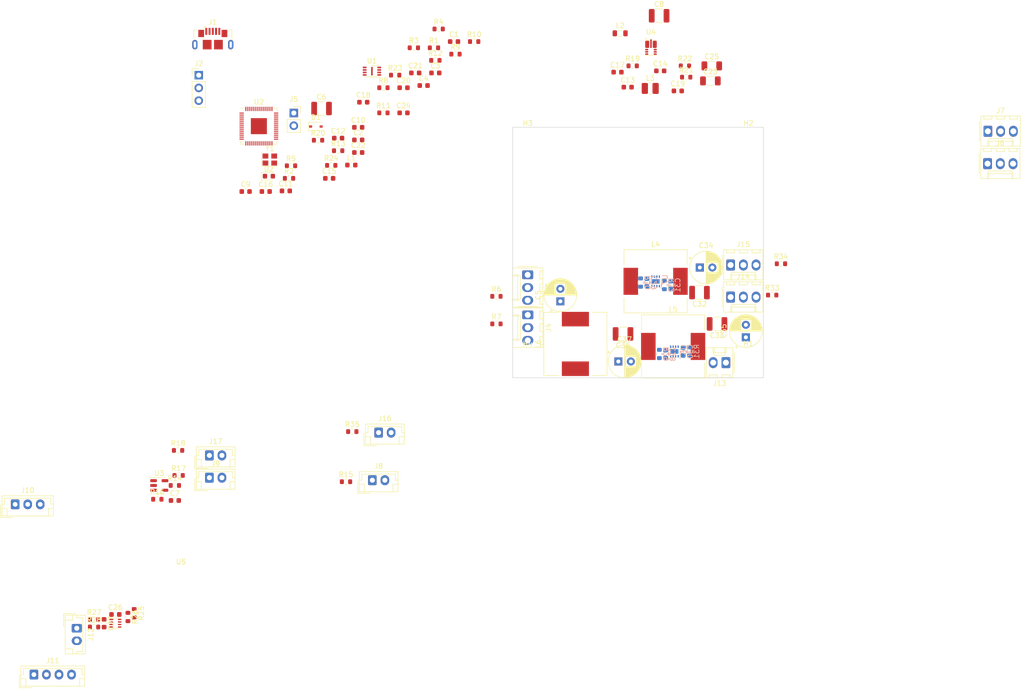
<source format=kicad_pcb>
(kicad_pcb (version 20211014) (generator pcbnew)
  (layers (0 "F.Cu" signal) (31 "B.Cu" signal) (34 "B.Paste" user) (35 "F.Paste" user) (36 "B.SilkS" user "B.Silkscreen") (37 "F.SilkS" user "F.Silkscreen") (38 "B.Mask" user) (39 "F.Mask" user) (44 "Edge.Cuts" user))
  (net 0 "")
  (net 1 "/XIN")
  (net 2 "GND")
  (net 3 "Net-(C2-Pad1)")
  (net 4 "+3V3")
  (net 5 "Net-(C4-Pad1)")
  (net 6 "+24V")
  (net 7 "Net-(C7-Pad1)")
  (net 8 "Net-(C8-Pad2)")
  (net 9 "+1V1")
  (net 10 "Net-(C13-Pad2)")
  (net 11 "Net-(C14-Pad1)")
  (net 12 "Net-(C14-Pad2)")
  (net 13 "Net-(C17-Pad2)")
  (net 14 "Net-(C19-Pad1)")
  (net 15 "/flowPuls1")
  (net 16 "Net-(C27-Pad1)")
  (net 17 "Net-(C27-Pad2)")
  (net 18 "Net-(C28-Pad1)")
  (net 19 "Net-(C29-Pad1)")
  (net 20 "/pheri/Isens0")
  (net 21 "/pheri/Isens1")
  (net 22 "Net-(C32-Pad2)")
  (net 23 "Net-(C33-Pad2)")
  (net 24 "/pheri/VM")
  (net 25 "Net-(D1-Pad2)")
  (net 26 "Net-(D2-Pad2)")
  (net 27 "VBUS")
  (net 28 "Net-(J1-Pad2)")
  (net 29 "Net-(J1-Pad3)")
  (net 31 "Net-(J2-Pad1)")
  (net 32 "Net-(J2-Pad3)")
  (net 33 "Net-(J3-Pad3)")
  (net 34 "Net-(J4-Pad3)")
  (net 35 "Net-(J5-Pad1)")
  (net 36 "Net-(J6-Pad3)")
  (net 37 "Net-(J7-Pad3)")
  (net 38 "Net-(J8-Pad1)")
  (net 39 "+5V")
  (net 40 "Net-(J10-Pad3)")
  (net 41 "/pheri/SDA")
  (net 42 "/pheri/SCL")
  (net 43 "Net-(J12-Pad1)")
  (net 44 "Net-(J12-Pad2)")
  (net 45 "Net-(J13-Pad2)")
  (net 46 "Net-(J14-Pad1)")
  (net 47 "Net-(J14-Pad3)")
  (net 48 "Net-(J15-Pad3)")
  (net 49 "Net-(J16-Pad1)")
  (net 50 "Net-(L4-Pad1)")
  (net 51 "Net-(L5-Pad1)")
  (net 52 "/XOUT")
  (net 53 "Net-(R4-Pad2)")
  (net 54 "Net-(R5-Pad2)")
  (net 55 "/LED_PWM1")
  (net 56 "/LED_PWM2")
  (net 57 "/QSPI_CS")
  (net 58 "Net-(R9-Pad1)")
  (net 59 "/UART1")
  (net 60 "/UART0")
  (net 61 "Net-(R12-Pad2)")
  (net 62 "/LeakSens")
  (net 63 "Net-(R14-Pad2)")
  (net 64 "/DIN1")
  (net 65 "/DIN3")
  (net 66 "/pheri/PWM0_Iref")
  (net 67 "/pheri/PWM1_Iref")
  (net 68 "/pheri/F0_Tach")
  (net 69 "/pheri/F1_Tach")
  (net 70 "/DIN2")
  (net 71 "/QSPI_D1")
  (net 72 "/QSPI_D2")
  (net 73 "/QSPI_D0")
  (net 74 "/QSPI_CLK")
  (net 75 "/QSPI_D3")
  (net 82 "/pheri/F_EN")
  (net 83 "/pheri/P_EN")
  (net 84 "/pheri/PWM_P0")
  (net 85 "/pheri/PWM_F0")
  (net 90 "Net-(J17-Pad1)")
  (net 91 "/pheri/LED_PWM1")
  (net 92 "/pheri/LED_PWM2")
  (footprint "Resistor_SMD:R_0603_1608Metric" (layer "F.Cu") (at 200 110)
    (fp_text reference "R33" (at 0 -1.43) (layer "F.SilkS"))
    (fp_text value "1k")
    (pad "1" smd roundrect (at -0.825 0) (size 0.8 0.95) (layers "F.Cu" "F.Paste" "F.Mask") (net 68 "/pheri/F0_Tach"))
    (pad "2" smd roundrect (at 0.825 0) (size 0.8 0.95) (layers "F.Cu" "F.Paste" "F.Mask") (net 47 "Net-(J14-Pad3)"))
  )
  (footprint "Capacitor_SMD:C_0603_1608Metric" (layer "F.Cu") (at 98.99 89.33)
    (fp_text reference "C16" (at 0 -1.43) (layer "F.SilkS"))
    (fp_text value "1µF")
    (pad "1" smd roundrect (at -0.775 0) (size 0.9 0.95) (layers "F.Cu" "F.Paste" "F.Mask") (net 9 "+1V1"))
    (pad "2" smd roundrect (at 0.775 0) (size 0.9 0.95) (layers "F.Cu" "F.Paste" "F.Mask") (net 2 "GND"))
  )
  (footprint "Connector_Molex:Molex_KK-254_AE-6410-03A_1x03_P2.54mm_Vertical" (layer "F.Cu") (at 243.02 77.3)
    (fp_text reference "J7" (at 2.54 -4.12) (layer "F.SilkS"))
    (fp_text value "Conn_01x03")
    (pad "1" thru_hole roundrect (at 0 0) (size 1.74 2.19) (drill 1.19) (layers *.Cu *.Mask) (roundrect_rratio 0.143678) (net 2 "GND"))
    (pad "2" thru_hole oval (at 2.54 0) (size 1.74 2.19) (drill 1.19) (layers *.Cu *.Mask) (net 6 "+24V"))
    (pad "3" thru_hole oval (at 5.08 0) (size 1.74 2.19) (drill 1.19) (layers *.Cu *.Mask) (net 37 "Net-(J7-Pad3)"))
  )
  (footprint "Inductor_SMD:L_12x12mm_H8mm" (layer "F.Cu") (at 180.25 120.25)
    (fp_text reference "L5" (at 0 -7.4) (layer "F.SilkS"))
    (fp_text value "33µ")
    (pad "1" smd rect (at -4.95 0) (size 2.9 5.4) (layers "F.Cu" "F.Paste" "F.Mask") (net 51 "Net-(L5-Pad1)"))
    (pad "2" smd rect (at 4.95 0) (size 2.9 5.4) (layers "F.Cu" "F.Paste" "F.Mask") (net 23 "Net-(C33-Pad2)"))
  )
  (footprint "Capacitor_SMD:C_0603_1608Metric" (layer "F.Cu") (at 113.43 78.67)
    (fp_text reference "C12" (at 0 -1.43) (layer "F.SilkS"))
    (fp_text value "100nF")
    (pad "1" smd roundrect (at -0.775 0) (size 0.9 0.95) (layers "F.Cu" "F.Paste" "F.Mask") (net 9 "+1V1"))
    (pad "2" smd roundrect (at 0.775 0) (size 0.9 0.95) (layers "F.Cu" "F.Paste" "F.Mask") (net 2 "GND"))
  )
  (footprint "Resistor_SMD:R_0603_1608Metric" (layer "F.Cu") (at 122.46 73.63)
    (fp_text reference "R11" (at 0 -1.43) (layer "F.SilkS"))
    (fp_text value "1k")
    (pad "1" smd roundrect (at -0.825 0) (size 0.8 0.95) (layers "F.Cu" "F.Paste" "F.Mask") (net 37 "Net-(J7-Pad3)"))
    (pad "2" smd roundrect (at 0.825 0) (size 0.8 0.95) (layers "F.Cu" "F.Paste" "F.Mask") (net 60 "/UART0"))
  )
  (footprint "Capacitor_SMD:C_1210_3225Metric" (layer "F.Cu") (at 185.5 109.5 180)
    (fp_text reference "C32" (at 0 -2.3) (layer "F.SilkS"))
    (fp_text value "10µ")
    (pad "1" smd roundrect (at -1.475 0 180) (size 1.15 2.7) (layers "F.Cu" "F.Paste" "F.Mask") (roundrect_rratio 0.217391) (net 2 "GND"))
    (pad "2" smd roundrect (at 1.475 0 180) (size 1.15 2.7) (layers "F.Cu" "F.Paste" "F.Mask") (roundrect_rratio 0.217391) (net 22 "Net-(C32-Pad2)"))
  )
  (footprint "Resistor_SMD:R_0603_1608Metric" (layer "F.Cu") (at 64.75 174.75)
    (fp_text reference "R27" (at 0 -1.43) (layer "F.SilkS"))
    (fp_text value "50R")
    (pad "1" smd roundrect (at -0.825 0) (size 0.8 0.95) (layers "F.Cu" "F.Paste" "F.Mask") (net 43 "Net-(J12-Pad1)"))
    (pad "2" smd roundrect (at 0.825 0) (size 0.8 0.95) (layers "F.Cu" "F.Paste" "F.Mask") (net 16 "Net-(C27-Pad1)"))
  )
  (footprint "Resistor_SMD:R_0603_1608Metric" (layer "F.Cu") (at 103.63 86.7)
    (fp_text reference "R2" (at 0 -1.43) (layer "F.SilkS"))
    (fp_text value "20R")
    (pad "1" smd roundrect (at -0.825 0) (size 0.8 0.95) (layers "F.Cu" "F.Paste" "F.Mask") (net 25 "Net-(D1-Pad2)"))
    (pad "2" smd roundrect (at 0.825 0) (size 0.8 0.95) (layers "F.Cu" "F.Paste" "F.Mask") (net 27 "VBUS"))
  )
  (footprint "Connector_JST:JST_EH_B2B-EH-A_1x02_P2.50mm_Vertical" (layer "F.Cu") (at 87.75 146.45)
    (fp_text reference "J9" (at 1.25 -2.8) (layer "F.SilkS"))
    (fp_text value "Conn_01x02")
    (pad "1" thru_hole roundrect (at 0 0) (size 1.7 2) (drill 1) (layers *.Cu *.Mask) (roundrect_rratio 0.147059) (net 7 "Net-(C7-Pad1)"))
    (pad "2" thru_hole oval (at 2.5 0) (size 1.7 2) (drill 1) (layers *.Cu *.Mask) (net 2 "GND"))
  )
  (footprint "Connector_JST:JST_EH_B4B-EH-A_1x04_P2.50mm_Vertical" (layer "F.Cu") (at 52.75 185.75)
    (fp_text reference "J11" (at 3.75 -2.8) (layer "F.SilkS"))
    (fp_text value "Conn_01x04")
    (pad "1" thru_hole roundrect (at 0 0) (size 1.7 1.95) (drill 0.95) (layers *.Cu *.Mask) (roundrect_rratio 0.147059) (net 41 "/pheri/SDA"))
    (pad "2" thru_hole oval (at 2.5 0) (size 1.7 1.95) (drill 0.95) (layers *.Cu *.Mask) (net 42 "/pheri/SCL"))
    (pad "3" thru_hole oval (at 5 0) (size 1.7 1.95) (drill 0.95) (layers *.Cu *.Mask) (net 2 "GND"))
    (pad "4" thru_hole oval (at 7.5 0) (size 1.7 1.95) (drill 0.95) (layers *.Cu *.Mask) (net 4 "+3V3"))
  )
  (footprint "Resistor_SMD:R_0603_1608Metric" (layer "F.Cu") (at 128.53 60.64)
    (fp_text reference "R3" (at 0 -1.43) (layer "F.SilkS"))
    (fp_text value "1k")
    (pad "1" smd roundrect (at -0.825 0) (size 0.8 0.95) (layers "F.Cu" "F.Paste" "F.Mask") (net 52 "/XOUT"))
    (pad "2" smd roundrect (at 0.825 0) (size 0.8 0.95) (layers "F.Cu" "F.Paste" "F.Mask") (net 3 "Net-(C2-Pad1)"))
  )
  (footprint "Connector_JST:JST_EH_B2B-EH-A_1x02_P2.50mm_Vertical" (layer "F.Cu") (at 121.5 137.45)
    (fp_text reference "J16" (at 1.25 -2.8) (layer "F.SilkS"))
    (fp_text value "Conn_01x02")
    (pad "1" thru_hole roundrect (at 0 0) (size 1.7 2) (drill 1) (layers *.Cu *.Mask) (roundrect_rratio 0.147059) (net 49 "Net-(J16-Pad1)"))
    (pad "2" thru_hole oval (at 2.5 0) (size 1.7 2) (drill 1) (layers *.Cu *.Mask) (net 2 "GND"))
  )
  (footprint "Connector_JST:JST_EH_B3B-EH-A_1x03_P2.50mm_Vertical" (layer "F.Cu") (at 49.01 151.77)
    (fp_text reference "J10" (at 2.5 -2.8) (layer "F.SilkS"))
    (fp_text value "Conn_01x03")
    (pad "1" thru_hole roundrect (at 0 0) (size 1.7 1.95) (drill 0.95) (layers *.Cu *.Mask) (roundrect_rratio 0.147059) (net 2 "GND"))
    (pad "2" thru_hole oval (at 2.5 0) (size 1.7 1.95) (drill 0.95) (layers *.Cu *.Mask) (net 39 "+5V"))
    (pad "3" thru_hole oval (at 5 0) (size 1.7 1.95) (drill 0.95) (layers *.Cu *.Mask) (net 40 "Net-(J10-Pad3)"))
  )
  (footprint "Resistor_SMD:R_0603_1608Metric" (layer "F.Cu") (at 104.03 84.19)
    (fp_text reference "R5" (at 0 -1.43) (layer "F.SilkS"))
    (fp_text value "27")
    (pad "1" smd roundrect (at -0.825 0) (size 0.8 0.95) (layers "F.Cu" "F.Paste" "F.Mask") (net 28 "Net-(J1-Pad2)"))
    (pad "2" smd roundrect (at 0.825 0) (size 0.8 0.95) (layers "F.Cu" "F.Paste" "F.Mask") (net 54 "Net-(R5-Pad2)"))
  )
  (footprint "Capacitor_SMD:C_0603_1608Metric" (layer "F.Cu") (at 80.8625 151)
    (fp_text reference "C7" (at 0 -1.43) (layer "F.SilkS"))
    (fp_text value "100nF")
    (pad "1" smd roundrect (at -0.775 0) (size 0.9 0.95) (layers "F.Cu" "F.Paste" "F.Mask") (net 7 "Net-(C7-Pad1)"))
    (pad "2" smd roundrect (at 0.775 0) (size 0.9 0.95) (layers "F.Cu" "F.Paste" "F.Mask") (net 2 "GND"))
  )
  (footprint "Resistor_SMD:R_0603_1608Metric" (layer "F.Cu") (at 72.75 173.5 -90)
    (fp_text reference "R25" (at 0 -1.43 90) (layer "F.SilkS"))
    (fp_text value "10k")
    (pad "1" smd roundrect (at -0.825 0 270) (size 0.8 0.95) (layers "F.Cu" "F.Paste" "F.Mask") (net 4 "+3V3"))
    (pad "2" smd roundrect (at 0.825 0 270) (size 0.8 0.95) (layers "F.Cu" "F.Paste" "F.Mask") (net 42 "/pheri/SCL"))
  )
  (footprint "Resistor_SMD:R_0603_1608Metric" (layer "F.Cu") (at 122.46 68.61)
    (fp_text reference "R8" (at 0 -1.43) (layer "F.SilkS"))
    (fp_text value "1k")
    (pad "1" smd roundrect (at -0.825 0) (size 0.8 0.95) (layers "F.Cu" "F.Paste" "F.Mask") (net 57 "/QSPI_CS"))
    (pad "2" smd roundrect (at 0.825 0) (size 0.8 0.95) (layers "F.Cu" "F.Paste" "F.Mask") (net 35 "Net-(J5-Pad1)"))
  )
  (footprint "Capacitor_SMD:C_1210_3225Metric" (layer "F.Cu") (at 110.12 72.76)
    (fp_text reference "C6" (at 0 -2.3) (layer "F.SilkS"))
    (fp_text value "10µ")
    (pad "1" smd roundrect (at -1.475 0) (size 1.15 2.7) (layers "F.Cu" "F.Paste" "F.Mask") (roundrect_rratio 0.217391) (net 2 "GND"))
    (pad "2" smd roundrect (at 1.475 0) (size 1.15 2.7) (layers "F.Cu" "F.Paste" "F.Mask") (roundrect_rratio 0.217391) (net 6 "+24V"))
  )
  (footprint "MountingHole:MountingHole_3.2mm_M3_DIN965" (layer "F.Cu") (at 195.25 79.5)
    (fp_text reference "H2" (at 0 -3.8) (layer "F.SilkS"))
    (fp_text value "MountingHole")
    (pad "" np_thru_hole circle (at 0 0) (size 3.2 3.2) (drill 3.2) (layers *.Cu *.Mask))
  )
  (footprint "Bergi:TI_WSON8_2x2mm_noEP" (layer "F.Cu") (at 69 175.5)
    (fp_text reference "U5" (at 13.1 -12.25 unlocked) (layer "F.SilkS"))
    (fp_text value "TMP451")
    (pad "1" smd roundrect (at -0.8 -0.75) (size 0.8 0.25) (layers "F.Cu" "F.Paste" "F.Mask") (net 4 "+3V3"))
    (pad "2" smd roundrect (at -0.85 -0.25) (size 0.7 0.25) (layers "F.Cu" "F.Paste" "F.Mask") (net 16 "Net-(C27-Pad1)"))
    (pad "3" smd roundrect (at -0.85 0.25) (size 0.7 0.25) (layers "F.Cu" "F.Paste" "F.Mask") (net 17 "Net-(C27-Pad2)"))
    (pad "4" smd roundrect (at -0.85 0.75) (size 0.7 0.25) (layers "F.Cu" "F.Paste" "F.Mask"))
    (pad "5" smd roundrect (at 0.85 0.75) (size 0.7 0.25) (layers "F.Cu" "F.Paste" "F.Mask") (net 2 "GND"))
    (pad "6" smd roundrect (at 0.85 0.25) (size 0.7 0.25) (layers "F.Cu" "F.Paste" "F.Mask"))
    (pad "7" smd roundrect (at 0.85 -0.25) (size 0.7 0.25) (layers "F.Cu" "F.Paste" "F.Mask") (net 41 "/pheri/SDA"))
    (pad "8" smd roundrect (at 0.85 -0.75) (size 0.7 0.25) (layers "F.Cu" "F.Paste" "F.Mask") (net 42 "/pheri/SCL"))
  )
  (footprint "Capacitor_SMD:C_0603_1608Metric" (layer "F.Cu") (at 132.82 65.66)
    (fp_text reference "C3" (at 0 -1.43) (layer "F.SilkS"))
    (fp_text value "100nF")
    (pad "1" smd roundrect (at -0.775 0) (size 0.9 0.95) (layers "F.Cu" "F.Paste" "F.Mask") (net 4 "+3V3"))
    (pad "2" smd roundrect (at 0.775 0) (size 0.9 0.95) (layers "F.Cu" "F.Paste" "F.Mask") (net 2 "GND"))
  )
  (footprint "Capacitor_SMD:C_0603_1608Metric" (layer "F.Cu") (at 171.175 68.5)
    (fp_text reference "C13" (at 0 -1.43) (layer "F.SilkS"))
    (fp_text value "3.3n")
    (pad "1" smd roundrect (at -0.775 0) (size 0.9 0.95) (layers "F.Cu" "F.Paste" "F.Mask") (net 2 "GND"))
    (pad "2" smd roundrect (at 0.775 0) (size 0.9 0.95) (layers "F.Cu" "F.Paste" "F.Mask") (net 10 "Net-(C13-Pad2)"))
  )
  (footprint "Capacitor_SMD:C_0603_1608Metric" (layer "F.Cu") (at 181.175 69.25)
    (fp_text reference "C19" (at 0 -1.43) (layer "F.SilkS"))
    (fp_text value "DNP")
    (pad "1" smd roundrect (at -0.775 0) (size 0.9 0.95) (layers "F.Cu" "F.Paste" "F.Mask") (net 14 "Net-(C19-Pad1)"))
    (pad "2" smd roundrect (at 0.775 0) (size 0.9 0.95) (layers "F.Cu" "F.Paste" "F.Mask") (net 4 "+3V3"))
  )
  (footprint "Capacitor_SMD:C_0603_1608Metric" (layer "F.Cu") (at 117.44 81.54)
    (fp_text reference "C22" (at 0 -1.43) (layer "F.SilkS"))
    (fp_text value "100nF")
    (pad "1" smd roundrect (at -0.775 0) (size 0.9 0.95) (layers "F.Cu" "F.Paste" "F.Mask") (net 4 "+3V3"))
    (pad "2" smd roundrect (at 0.775 0) (size 0.9 0.95) (layers "F.Cu" "F.Paste" "F.Mask") (net 2 "GND"))
  )
  (footprint "Resistor_SMD:R_0603_1608Metric" (layer "F.Cu") (at 136.83 61.91)
    (fp_text reference "R9" (at 0 -1.43) (layer "F.SilkS"))
    (fp_text value "470R")
    (pad "1" smd roundrect (at -0.825 0) (size 0.8 0.95) (layers "F.Cu" "F.Paste" "F.Mask") (net 58 "Net-(R9-Pad1)"))
    (pad "2" smd roundrect (at 0.825 0) (size 0.8 0.95) (layers "F.Cu" "F.Paste" "F.Mask") (net 26 "Net-(D2-Pad2)"))
  )
  (footprint "Capacitor_SMD:C_1206_3216Metric" (layer "F.Cu") (at 187.675 67.25)
    (fp_text reference "C23" (at 0 -1.85) (layer "F.SilkS"))
    (fp_text value "22µ")
    (pad "1" smd roundrect (at -1.475 0) (size 1.15 1.8) (layers "F.Cu" "F.Paste" "F.Mask") (roundrect_rratio 0.217391) (net 2 "GND"))
    (pad "2" smd roundrect (at 1.475 0) (size 1.15 1.8) (layers "F.Cu" "F.Paste" "F.Mask") (roundrect_rratio 0.217391) (net 4 "+3V3"))
  )
  (footprint "Capacitor_SMD:C_0603_1608Metric" (layer "F.Cu") (at 169.15 65.5)
    (fp_text reference "C17" (at 0 -1.43) (layer "F.SilkS"))
    (fp_text value "DNP")
    (pad "1" smd roundrect (at -0.775 0) (size 0.9 0.95) (layers "F.Cu" "F.Paste" "F.Mask") (net 2 "GND"))
    (pad "2" smd roundrect (at 0.775 0) (size 0.9 0.95) (layers "F.Cu" "F.Paste" "F.Mask") (net 13 "Net-(C17-Pad2)"))
  )
  (footprint "Capacitor_SMD:C_0603_1608Metric" (layer "F.Cu") (at 94.98 89.33)
    (fp_text reference "C9" (at 0 -1.43) (layer "F.SilkS"))
    (fp_text value "100nF")
    (pad "1" smd roundrect (at -0.775 0) (size 0.9 0.95) (layers "F.Cu" "F.Paste" "F.Mask") (net 4 "+3V3"))
    (pad "2" smd roundrect (at 0.775 0) (size 0.9 0.95) (layers "F.Cu" "F.Paste" "F.Mask") (net 2 "GND"))
  )
  (footprint "Inductor_SMD:L_12x12mm_H8mm" (layer "F.Cu") (at 160.75 119.75 90)
    (fp_text reference "L6" (at 0 -7.4 90) (layer "F.SilkS"))
    (fp_text value "33µ")
    (pad "1" smd rect (at -4.95 0 90) (size 2.9 5.4) (layers "F.Cu" "F.Paste" "F.Mask") (net 24 "/pheri/VM"))
    (pad "2" smd rect (at 4.95 0 90) (size 2.9 5.4) (layers "F.Cu" "F.Paste" "F.Mask") (net 6 "+24V"))
  )
  (footprint "Connector_JST:JST_EH_B2B-EH-A_1x02_P2.50mm_Vertical" (layer "F.Cu") (at 61.3 176.5 -90)
    (fp_text reference "J12" (at 1.25 -2.8 90) (layer "F.SilkS"))
    (fp_text value "Conn_01x02")
    (pad "1" thru_hole roundrect (at 0 0 270) (size 1.7 2) (drill 1) (layers *.Cu *.Mask) (roundrect_rratio 0.147059) (net 43 "Net-(J12-Pad1)"))
    (pad "2" thru_hole oval (at 2.5 0 270) (size 1.7 2) (drill 1) (layers *.Cu *.Mask) (net 44 "Net-(J12-Pad2)"))
  )
  (footprint "Capacitor_SMD:C_0603_1608Metric" (layer "F.Cu") (at 69 173.75)
    (fp_text reference "C26" (at 0 -1.43) (layer "F.SilkS"))
    (fp_text value "100nF")
    (pad "1" smd roundrect (at -0.775 0) (size 0.9 0.95) (layers "F.Cu" "F.Paste" "F.Mask") (net 4 "+3V3"))
    (pad "2" smd roundrect (at 0.775 0) (size 0.9 0.95) (layers "F.Cu" "F.Paste" "F.Mask") (net 2 "GND"))
  )
  (footprint "Crystal:Crystal_SMD_2520-4Pin_2.5x2.0mm" (layer "F.Cu") (at 99.8 82.95)
    (fp_text reference "Y1" (at 0 -2.2) (layer "F.SilkS"))
    (fp_text value "12Mhz")
    (pad "1" smd rect (at -0.875 0.7) (size 1.15 1) (layers "F.Cu" "F.Paste" "F.Mask") (net 1 "/XIN"))
    (pad "2" smd rect (at 0.875 0.7) (size 1.15 1) (layers "F.Cu" "F.Paste" "F.Mask") (net 2 "GND"))
    (pad "3" smd rect (at 0.875 -0.7) (size 1.15 1) (layers "F.Cu" "F.Paste" "F.Mask") (net 3 "Net-(C2-Pad1)"))
    (pad "4" smd rect (at -0.875 -0.7) (size 1.15 1) (layers "F.Cu" "F.Paste" "F.Mask") (net 2 "GND"))
  )
  (footprint "Resistor_SMD:R_0603_1608Metric" (layer "F.Cu") (at 145 110.25)
    (fp_text reference "R6" (at 0 -1.43) (layer "F.SilkS"))
    (fp_text value "1k")
    (pad "1" smd roundrect (at -0.825 0) (size 0.8 0.95) (layers "F.Cu" "F.Paste" "F.Mask") (net 33 "Net-(J3-Pad3)"))
    (pad "2" smd roundrect (at 0.825 0) (size 0.8 0.95) (layers "F.Cu" "F.Paste" "F.Mask") (net 91 "/pheri/LED_PWM1"))
  )
  (footprint "Resistor_SMD:R_0603_1608Metric" (layer "F.Cu") (at 182.6 64.25)
    (fp_text reference "R22" (at 0 -1.43) (layer "F.SilkS"))
    (fp_text value "30k")
    (pad "1" smd roundrect (at -0.825 0) (size 0.8 0.95) (layers "F.Cu" "F.Paste" "F.Mask") (net 14 "Net-(C19-Pad1)"))
    (pad "2" smd roundrect (at 0.825 0) (size 0.8 0.95) (layers "F.Cu" "F.Paste" "F.Mask") (net 2 "GND"))
  )
  (footprint "Connector_USB:USB_Micro-B_GCT_USB3076-30-A" (layer "F.Cu") (at 88.43 58.81)
    (fp_text reference "J1" (at 0 -3.3) (layer "F.SilkS"))
    (fp_text value "USB_B_Micro")
    (pad "1" smd rect (at -1.3 -1.45) (size 0.4 1.4) (layers "F.Cu" "F.Paste" "F.Mask") (net 27 "VBUS"))
    (pad "2" smd rect (at -0.65 -1.45) (size 0.4 1.4) (layers "F.Cu" "F.Paste" "F.Mask") (net 28 "Net-(J1-Pad2)"))
    (pad "3" smd rect (at 0 -1.45) (size 0.4 1.4) (layers "F.Cu" "F.Paste" "F.Mask") (net 29 "Net-(J1-Pad3)"))
    (pad "4" smd rect (at 0.65 -1.45) (size 0.4 1.4) (layers "F.Cu" "F.Paste" "F.Mask"))
    (pad "5" smd rect (at 1.3 -1.45) (size 0.4 1.4) (layers "F.Cu" "F.Paste" "F.Mask") (net 2 "GND"))
    (pad "6" smd rect (at 2.32 -1.03) (size 1.15 1.45) (layers "F.Cu" "F.Paste" "F.Mask") (net 2 "GND"))
    (pad "6" smd rect (at 1.125 1.2) (size 1.75 1.9) (layers "F.Cu" "F.Paste" "F.Mask") (net 2 "GND"))
    (pad "6" smd rect (at -2.32 -1.03) (size 1.15 1.45) (layers "F.Cu" "F.Paste" "F.Mask") (net 2 "GND"))
    (pad "6" smd rect (at -1.125 1.2) (size 1.75 1.9) (layers "F.Cu" "F.Paste" "F.Mask") (net 2 "GND"))
    (pad "6" thru_hole oval (at -3.575 1.2 180) (size 1.05 1.9) (drill oval 0.45 1.25) (layers *.Cu *.Mask) (net 2 "GND"))
    (pad "6" thru_hole oval (at 3.575 1.2) (size 1.05 1.9) (drill oval 0.45 1.25) (layers *.Cu *.Mask) (net 2 "GND"))
  )
  (footprint "Resistor_SMD:R_0603_1608Metric" (layer "F.Cu") (at 132.82 63.15)
    (fp_text reference "R12" (at 0 -1.43) (layer "F.SilkS"))
    (fp_text value "5.6k")
    (pad "1" smd roundrect (at -0.825 0) (size 0.8 0.95) (layers "F.Cu" "F.Paste" "F.Mask") (net 27 "VBUS"))
    (pad "2" smd roundrect (at 0.825 0) (size 0.8 0.95) (layers "F.Cu" "F.Paste" "F.Mask") (net 61 "Net-(R12-Pad2)"))
  )
  (footprint "Connector_Molex:Molex_KK-254_AE-6410-03A_1x03_P2.54mm_Vertical" (layer "F.Cu") (at 151.25 113.96 -90)
    (fp_text reference "J4" (at 2.54 -4.12 90) (layer "F.SilkS"))
    (fp_text value "Conn_01x03")
    (pad "1" thru_hole roundrect (at 0 0 270) (size 1.74 2.19) (drill 1.19) (layers *.Cu *.Mask) (roundrect_rratio 0.143678) (net 2 "GND"))
    (pad "2" thru_hole oval (at 2.54 0 270) (size 1.74 2.19) (drill 1.19) (layers *.Cu *.Mask) (net 24 "/pheri/VM"))
    (pad "3" thru_hole oval (at 5.08 0 270) (size 1.74 2.19) (drill 1.19) (layers *.Cu *.Mask) (net 34 "Net-(J4-Pad3)"))
  )
  (footprint "Resistor_SMD:R_0603_1608Metric" (layer "F.Cu") (at 201.75 103.75)
    (fp_text reference "R34" (at 0 -1.43) (layer "F.SilkS"))
    (fp_text value "1k")
    (pad "1" smd roundrect (at -0.825 0) (size 0.8 0.95) (layers "F.Cu" "F.Paste" "F.Mask") (net 69 "/pheri/F1_Tach"))
    (pad "2" smd roundrect (at 0.825 0) (size 0.8 0.95) (layers "F.Cu" "F.Paste" "F.Mask") (net 48 "Net-(J15-Pad3)"))
  )
  (footprint "Inductor_SMD:L_12x12mm_H8mm" (layer "F.Cu") (at 176.75 107.25)
    (fp_text reference "L4" (at 0 -7.4) (layer "F.SilkS"))
    (fp_text value "33µ")
    (pad "1" smd rect (at -4.95 0) (size 2.9 5.4) (layers "F.Cu" "F.Paste" "F.Mask") (net 50 "Net-(L4-Pad1)"))
    (pad "2" smd rect (at 4.95 0) (size 2.9 5.4) (layers "F.Cu" "F.Paste" "F.Mask") (net 22 "Net-(C32-Pad2)"))
  )
  (footprint "Capacitor_SMD:C_0603_1608Metric" (layer "F.Cu") (at 177.675 65.25)
    (fp_text reference "C14" (at 0 -1.43) (layer "F.SilkS"))
    (fp_text value "100n")
    (pad "1" smd roundrect (at -0.775 0) (size 0.9 0.95) (layers "F.Cu" "F.Paste" "F.Mask") (net 11 "Net-(C14-Pad1)"))
    (pad "2" smd roundrect (at 0.775 0) (size 0.9 0.95) (layers "F.Cu" "F.Paste" "F.Mask") (net 12 "Net-(C14-Pad2)"))
  )
  (footprint "Capacitor_THT:CP_Radial_D6.3mm_P2.50mm" (layer "F.Cu") (at 185.567621 104.5)
    (fp_text reference "C34" (at 1.25 -4.4) (layer "F.SilkS"))
    (fp_text value "100µ")
    (pad "1" thru_hole rect (at 0 0) (size 1.6 1.6) (drill 0.8) (layers *.Cu *.Mask) (net 22 "Net-(C32-Pad2)"))
    (pad "2" thru_hole circle (at 2.5 0) (size 1.6 1.6) (drill 0.8) (layers *.Cu *.Mask) (net 2 "GND"))
  )
  (footprint "Capacitor_SMD:C_0603_1608Metric" (layer "F.Cu") (at 118.45 71.5)
    (fp_text reference "C18" (at 0 -1.43) (layer "F.SilkS"))
    (fp_text value "100nF")
    (pad "1" smd roundrect (at -0.775 0) (size 0.9 0.95) (layers "F.Cu" "F.Paste" "F.Mask") (net 4 "+3V3"))
    (pad "2" smd roundrect (at 0.775 0) (size 0.9 0.95) (layers "F.Cu" "F.Paste" "F.Mask") (net 2 "GND"))
  )
  (footprint "Bergi:DFN-8-1EP_3x2mm_P0.5mm_EP0.3x1.6mm" (layer "F.Cu") (at 120.17 65.31)
    (fp_text reference "U1" (at 0 -2.05) (layer "F.SilkS"))
    (fp_text value "W25Q16JVUXIQ")
    (pad "1" smd rect (at -1.45 -0.75) (size 0.75 0.3) (layers "F.Cu" "F.Paste" "F.Mask") (net 57 "/QSPI_CS"))
    (pad "2" smd rect (at -1.45 -0.25) (size 0.75 0.3) (layers "F.Cu" "F.Paste" "F.Mask") (net 71 "/QSPI_D1"))
    (pad "3" smd rect (at -1.45 0.25) (size 0.75 0.3) (layers "F.Cu" "F.Paste" "F.Mask") (net 72 "/QSPI_D2"))
    (pad "4" smd rect (at -1.45 0.75) (size 0.75 0.3) (layers "F.Cu" "F.Paste" "F.Mask") (net 2 "GND"))
    (pad "5" smd rect (at 1.45 0.75) (size 0.75 0.3) (layers "F.Cu" "F.Paste" "F.Mask") (net 73 "/QSPI_D0"))
    (pad "6" smd rect (at 1.45 0.25) (size 0.75 0.3) (layers "F.Cu" "F.Paste" "F.Mask") (net 74 "/QSPI_CLK"))
    (pad "7" smd rect (at 1.45 -0.25) (size 0.75 0.3) (layers "F.Cu" "F.Paste" "F.Mask") (net 75 "/QSPI_D3"))
    (pad "8" smd rect (at 1.45 -0.75) (size 0.75 0.3) (layers "F.Cu" "F.Paste" "F.Mask") (net 4 "+3V3"))
    (pad "9" smd rect (at 0 0) (size 0.3 1.7) (layers "F.Cu" "F.Paste" "F.Mask") (net 2 "GND"))
  )
  (footprint "Capacitor_THT:CP_Radial_D6.3mm_P2.50mm" (layer "F.Cu") (at 157.75 111.25 90)
    (fp_text reference "C5" (at 1.25 -4.4 90) (layer "F.SilkS"))
    (fp_text value "100µ")
    (pad "1" thru_hole rect (at 0 0 90) (size 1.6 1.6) (drill 0.8) (layers *.Cu *.Mask) (net 24 "/pheri/VM"))
    (pad "2" thru_hole circle (at 2.5 0 90) (size 1.6 1.6) (drill 0.8) (layers *.Cu *.Mask) (net 2 "GND"))
  )
  (footprint "Resistor_SMD:R_0603_1608Metric" (layer "F.Cu") (at 77.3625 150.75)
    (fp_text reference "R16" (at 0 -1.43) (layer "F.SilkS"))
    (fp_text value "1k")
    (pad "1" smd roundrect (at -0.825 0) (size 0.8 0.95) (layers "F.Cu" "F.Paste" "F.Mask") (net 4 "+3V3"))
    (pad "2" smd roundrect (at 0.825 0) (size 0.8 0.95) (layers "F.Cu" "F.Paste" "F.Mask") (net 63 "Net-(R14-Pad2)"))
  )
  (footprint "LED_SMD:LED_0603_1608Metric" (layer "F.Cu") (at 99.62 86.27)
    (fp_text reference "D2" (at 0 -1.43) (layer "F.SilkS"))
    (fp_text value "Green")
    (pad "1" smd roundrect (at -0.7875 0) (size 0.875 0.95) (layers "F.Cu" "F.Paste" "F.Mask") (net 2 "GND"))
    (pad "2" smd roundrect (at 0.7875 0) (size 0.875 0.95) (layers "F.Cu" "F.Paste" "F.Mask") (net 26 "Net-(D2-Pad2)"))
  )
  (footprint "MountingHole:MountingHole_3.2mm_M3_DIN965" (layer "F.Cu") (at 151.25 123.5)
    (fp_text reference "H4" (at 0 -3.8) (layer "F.SilkS"))
    (fp_text value "MountingHole")
    (pad "" np_thru_hole circle (at 0 0) (size 3.2 3.2) (drill 3.2) (layers *.Cu *.Mask))
  )
  (footprint "Resistor_SMD:R_0603_1608Metric" (layer "F.Cu") (at 80.8625 148)
    (fp_text reference "R14" (at 0 -1.43) (layer "F.SilkS"))
    (fp_text value "10k")
    (pad "1" smd roundrect (at -0.825 0) (size 0.8 0.95) (layers "F.Cu" "F.Paste" "F.Mask") (net 62 "/LeakSens"))
    (pad "2" smd roundrect (at 0.825 0) (size 0.8 0.95) (layers "F.Cu" "F.Paste" "F.Mask") (net 63 "Net-(R14-Pad2)"))
  )
  (footprint "Capacitor_SMD:C_0603_1608Metric" (layer "F.Cu") (at 126.47 73.63)
    (fp_text reference "C24" (at 0 -1.43) (layer "F.SilkS"))
    (fp_text value "1µF")
    (pad "1" smd roundrect (at -0.775 0) (size 0.9 0.95) (layers "F.Cu" "F.Paste" "F.Mask") (net 4 "+3V3"))
    (pad "2" smd roundrect (at 0.775 0) (size 0.9 0.95) (layers "F.Cu" "F.Paste" "F.Mask") (net 2 "GND"))
  )
  (footprint "Capacitor_SMD:C_0603_1608Metric" (layer "F.Cu") (at 126.47 68.61)
    (fp_text reference "C20" (at 0 -1.43) (layer "F.SilkS"))
    (fp_text value "DNP")
    (pad "1" smd roundrect (at -0.775 0) (size 0.9 0.95) (layers "F.Cu" "F.Paste" "F.Mask") (net 15 "/flowPuls1"))
    (pad "2" smd roundrect (at 0.775 0) (size 0.9 0.95) (layers "F.Cu" "F.Paste" "F.Mask") (net 2 "GND"))
  )
  (footprint "Capacitor_SMD:C_0603_1608Metric" (layer "F.Cu") (at 128.81 65.66)
    (fp_text reference "C21" (at 0 -1.43) (layer "F.SilkS"))
    (fp_text value "100nF")
    (pad "1" smd roundrect (at -0.775 0) (size 0.9 0.95) (layers "F.Cu" "F.Paste" "F.Mask") (net 4 "+3V3"))
    (pad "2" smd roundrect (at 0.775 0) (size 0.9 0.95) (layers "F.Cu" "F.Paste" "F.Mask") (net 2 "GND"))
  )
  (footprint "Resistor_SMD:R_0603_1608Metric" (layer "F.Cu") (at 115 147.25)
    (fp_text reference "R15" (at 0 -1.43) (layer "F.SilkS"))
    (fp_text value "1k")
    (pad "1" smd roundrect (at -0.825 0) (size 0.8 0.95) (layers "F.Cu" "F.Paste" "F.Mask") (net 64 "/DIN1"))
    (pad "2" smd roundrect (at 0.825 0) (size 0.8 0.95) (layers "F.Cu" "F.Paste" "F.Mask") (net 38 "Net-(J8-Pad1)"))
  )
  (footprint "Inductor_SMD:L_0603_1608Metric" (layer "F.Cu") (at 116.06 84.05)
    (fp_text reference "L1" (at 0 -1.43) (layer "F.SilkS"))
    (fp_text value "600R")
    (pad "1" smd roundrect (at -0.7875 0) (size 0.875 0.95) (layers "F.Cu" "F.Paste" "F.Mask") (net 5 "Net-(C4-Pad1)"))
    (pad "2" smd roundrect (at 0.7875 0) (size 0.875 0.95) (layers "F.Cu" "F.Paste" "F.Mask") (net 4 "+3V3"))
  )
  (footprint "Resistor_SMD:R_0603_1608Metric" (layer "F.Cu") (at 113.43 81.18)
    (fp_text reference "R13" (at 0 -1.43) (layer "F.SilkS"))
    (fp_text value "10k")
    (pad "1" smd roundrect (at -0.825 0) (size 0.8 0.95) (layers "F.Cu" "F.Paste" "F.Mask") (net 61 "Net-(R12-Pad2)"))
    (pad "2" smd roundrect (at 0.825 0) (size 0.8 0.95) (layers "F.Cu" "F.Paste" "F.Mask") (net 2 "GND"))
  )
  (footprint "Connector_Molex:Molex_KK-254_AE-6410-02A_1x02_P2.54mm_Vertical" (layer "F.Cu") (at 190.77 123.48 180)
    (fp_text reference "J13" (at 1.27 -4.12) (layer "F.SilkS"))
    (fp_text value "Conn_01x02")
    (pad "1" thru_hole roundrect (at 0 0 180) (size 1.74 2.19) (drill 1.19) (layers *.Cu *.Mask) (roundrect_rratio 0.143678) (net 23 "Net-(C33-Pad2)"))
    (pad "2" thru_hole oval (at 2.54 0 180) (size 1.74 2.19) (drill 1.19) (layers *.Cu *.Mask) (net 45 "Net-(J13-Pad2)"))
  )
  (footprint "Bergi:V-DFN3020-13" (layer "F.Cu") (at 175.825 60.6375)
    (fp_text reference "U4" (at 0 -3.15 unlocked) (layer "F.SilkS"))
    (fp_text value "AP63357Q")
    (pad "1" smd roundrect (at -0.75 -0.6875) (size 0.8 1.45) (layers "F.Cu" "F.Paste" "F.Mask") (net 8 "Net-(C8-Pad2)"))
    (pad "2" smd roundrect (at -0.85 0.3625) (size 0.6 0.3) (layers "F.Cu" "F.Paste" "F.Mask") (net 8 "Net-(C8-Pad2)"))
    (pad "3" smd roundrect (at -0.85 0.8125) (size 0.6 0.3) (layers "F.Cu" "F.Paste" "F.Mask") (net 14 "Net-(C19-Pad1)"))
    (pad "4" smd roundrect (at -0.85 1.2625) (size 0.6 0.3) (layers "F.Cu" "F.Paste" "F.Mask") (net 13 "Net-(C17-Pad2)"))
    (pad "5" smd roundrect (at 0.85 1.2625) (size 0.6 0.3) (layers "F.Cu" "F.Paste" "F.Mask"))
    (pad "6" smd roundrect (at 0.85 0.8125) (size 0.6 0.3) (layers "F.Cu" "F.Paste" "F.Mask") (net 12 "Net-(C14-Pad2)"))
    (pad "7" smd roundrect (at 0.85 0.3625) (size 0.6 0.3) (layers "F.Cu" "F.Paste" "F.Mask") (net 11 "Net-(C14-Pad1)"))
    (pad "8" smd roundrect (at 0.75 -0.6875) (size 0.8 1.45) (layers "F.Cu" "F.Paste" "F.Mask") (net 2 "GND"))
    (pad "9" smd roundrect (at 0 -0.825) (size 0.3 1.725) (layers "F.Cu" "F.Paste" "F.Mask") (net 11 "Net-(C14-Pad1)"))
  )
  (footprint "MountingHole:MountingHole_3.2mm_M3_DIN965" (layer "F.Cu") (at 151.25 79.5)
    (fp_text reference "H3" (at 0 -3.8) (layer "F.SilkS"))
    (fp_text value "MountingHole")
    (pad "" np_thru_hole circle (at 0 0) (size 3.2 3.2) (drill 3.2) (layers *.Cu *.Mask))
  )
  (footprint "Capacitor_SMD:C_1210_3225Metric" (layer "F.Cu") (at 170.25 117.75 180)
    (fp_text reference "C36" (at 0 -2.3) (layer "F.SilkS"))
    (fp_text value "10µ")
    (pad "1" smd roundrect (at -1.475 0 180) (size 1.15 2.7) (layers "F.Cu" "F.Paste" "F.Mask") (roundrect_rratio 0.217391) (net 2 "GND"))
    (pad "2" smd roundrect (at 1.475 0 180) (size 1.15 2.7) (layers "F.Cu" "F.Paste" "F.Mask") (roundrect_rratio 0.217391) (net 24 "/pheri/VM"))
  )
  (footprint "Connector_PinSocket_2.54mm:PinSocket_1x02_P2.54mm_Vertical" (layer "F.Cu") (at 104.59 73.66)
    (fp_text reference "J5" (at 0 -2.77) (layer "F.SilkS"))
    (fp_text value "Conn_01x02")
    (pad "1" thru_hole rect (at 0 0) (size 1.7 1.7) (drill 1) (layers *.Cu *.Mask) (net 35 "Net-(J5-Pad1)"))
    (pad "2" thru_hole oval (at 0 2.54) (size 1.7 1.7) (drill 1) (layers *.Cu *.Mask) (net 2 "GND"))
  )
  (footprint "Inductor_SMD:L_1008_2520Metric" (layer "F.Cu") (at 175.675 68.75)
    (fp_text reference "L3" (at 0 -2.05) (layer "F.SilkS"))
    (fp_text value "4.7u")
    (pad "1" smd roundrect (at -1.075 0) (size 1.25 2.2) (layers "F.Cu" "F.Paste" "F.Mask") (roundrect_rratio 0.2) (net 11 "Net-(C14-Pad1)"))
    (pad "2" smd roundrect (at 1.075 0) (size 1.25 2.2) (layers "F.Cu" "F.Paste" "F.Mask") (roundrect_rratio 0.2) (net 4 "+3V3"))
  )
  (footprint "Resistor_SMD:R_0603_1608Metric" (layer "F.Cu") (at 81.6125 146)
    (fp_text reference "R17" (at 0 -1.43) (layer "F.SilkS"))
    (fp_text value "1M")
    (pad "1" smd roundrect (at -0.825 0) (size 0.8 0.95) (layers "F.Cu" "F.Paste" "F.Mask") (net 7 "Net-(C7-Pad1)"))
    (pad "2" smd roundrect (at 0.825 0) (size 0.8 0.95) (layers "F.Cu" "F.Paste" "F.Mask") (net 4 "+3V3"))
  )
  (footprint "Resistor_SMD:R_0603_1608Metric" (layer "F.Cu") (at 145 115.75)
    (fp_text reference "R7" (at 0 -1.43) (layer "F.SilkS"))
    (fp_text value "1k")
    (pad "1" smd roundrect (at -0.825 0) (size 0.8 0.95) (layers "F.Cu" "F.Paste" "F.Mask") (net 34 "Net-(J4-Pad3)"))
    (pad "2" smd roundrect (at 0.825 0) (size 0.8 0.95) (layers "F.Cu" "F.Paste" "F.Mask") (net 92 "/pheri/LED_PWM2"))
  )
  (footprint "Capacitor_SMD:C_0603_1608Metric" (layer "F.Cu") (at 117.44 79.03)
    (fp_text reference "C2" (at 0 -1.43) (layer "F.SilkS"))
    (fp_text value "12p")
    (pad "1" smd roundrect (at -0.775 0) (size 0.9 0.95) (layers "F.Cu" "F.Paste" "F.Mask") (net 3 "Net-(C2-Pad1)"))
    (pad "2" smd roundrect (at 0.775 0) (size 0.9 0.95) (layers "F.Cu" "F.Paste" "F.Mask") (net 2 "GND"))
  )
  (footprint "MountingHole:MountingHole_3.2mm_M3_DIN965" (layer "F.Cu") (at 195.25 123.5)
    (fp_text reference "H1" (at 0 -3.8) (layer "F.SilkS"))
    (fp_text value "MountingHole")
    (pad "" np_thru_hole circle (at 0 0) (size 3.2 3.2) (drill 3.2) (layers *.Cu *.Mask))
  )
  (footprint "Capacitor_SMD:C_0603_1608Metric" (layer "F.Cu") (at 117.44 76.52)
    (fp_text reference "C10" (at 0 -1.43) (layer "F.SilkS"))
    (fp_text value "100nF")
    (pad "1" smd roundrect (at -0.775 0) (size 0.9 0.95) (layers "F.Cu" "F.Paste" "F.Mask") (net 9 "+1V1"))
    (pad "2" smd roundrect (at 0.775 0) (size 0.9 0.95) (layers "F.Cu" "F.Paste" "F.Mask") (net 2 "GND"))
  )
  (footprint "Capacitor_SMD:C_1210_3225Metric" (layer "F.Cu") (at 189 115.75 180)
    (fp_text reference "C33" (at 0 -2.3) (layer "F.SilkS"))
    (fp_text value "10µ")
    (pad "1" smd roundrect (at -1.475 0 180) (size 1.15 2.7) (layers "F.Cu" "F.Paste" "F.Mask") (roundrect_rratio 0.217391) (net 2 "GND"))
    (pad "2" smd roundrect (at 1.475 0 180) (size 1.15 2.7) (layers "F.Cu" "F.Paste" "F.Mask") (roundrect_rratio 0.217391) (net 23 "Net-(C33-Pad2)"))
  )
  (footprint "Capacitor_SMD:C_0603_1608Metric" (layer "F.Cu") (at 136.55 59.4)
    (fp_text reference "C1" (at 0 -1.43) (layer "F.SilkS"))
    (fp_text value "12p")
    (pad "1" smd roundrect (at -0.775 0) (size 0.9 0.95) (layers "F.Cu" "F.Paste" "F.Mask") (net 1 "/XIN"))
    (pad "2" smd roundrect (at 0.775 0) (size 0.9 0.95) (layers "F.Cu" "F.Paste" "F.Mask") (net 2 "GND"))
  )
  (footprint "Resistor_SMD:R_0603_1608Metric" (layer "F.Cu") (at 64.75 176.25)
    (fp_text reference "R28" (at 0 -1.43) (layer "F.SilkS"))
    (fp_text value "50R")
    (pad "1" smd roundrect (at -0.825 0) (size 0.8 0.95) (layers "F.Cu" "F.Paste" "F.Mask") (net 44 "Net-(J12-Pad2)"))
    (pad "2" smd roundrect (at 0.825 0) (size 0.8 0.95) (layers "F.Cu" "F.Paste" "F.Mask") (net 17 "Net-(C27-Pad2)"))
  )
  (footprint "Resistor_SMD:R_0603_1608Metric" (layer "F.Cu") (at 182.85 66.5)
    (fp_text reference "R21" (at 0 -1.43) (layer "F.SilkS"))
    (fp_text value "91k")
    (pad "1" smd roundrect (at -0.825 0) (size 0.8 0.95) (layers "F.Cu" "F.Paste" "F.Mask") (net 4 "+3V3"))
    (pad "2" smd roundrect (at 0.825 0) (size 0.8 0.95) (layers "F.Cu" "F.Paste" "F.Mask") (net 14 "Net-(C19-Pad1)"))
  )
  (footprint "Inductor_SMD:L_0805_2012Metric" (layer "F.Cu") (at 169.675 57.75)
    (fp_text reference "L2" (at 0 -1.55) (layer "F.SilkS"))
    (fp_text value "10µ")
    (pad "1" smd roundrect (at -1.0625 0) (size 0.875 1.2) (layers "F.Cu" "F.Paste" "F.Mask") (net 8 "Net-(C8-Pad2)"))
    (pad "2" smd roundrect (at 1.0625 0) (size 0.875 1.2) (layers "F.Cu" "F.Paste" "F.Mask") (net 6 "+24V"))
  )
  (footprint "Connector_Molex:Molex_KK-254_AE-6410-03A_1x03_P2.54mm_Vertical" (layer "F.Cu") (at 151.23 105.96 -90)
    (fp_text reference "J3" (at 2.54 -4.12 90) (layer "F.SilkS"))
    (fp_text value "Conn_01x03")
    (pad "1" thru_hole roundrect (at 0 0 270) (size 1.74 2.19) (drill 1.19) (layers *.Cu *.Mask) (roundrect_rratio 0.143678) (net 2 "GND"))
    (pad "2" thru_hole oval (at 2.54 0 270) (size 1.74 2.19) (drill 1.19) (layers *.Cu *.Mask) (net 24 "/pheri/VM"))
    (pad "3" thru_hole oval (at 5.08 0 270) (size 1.74 2.19) (drill 1.19) (layers *.Cu *.Mask) (net 33 "Net-(J3-Pad3)"))
  )
  (footprint "Resistor_SMD:R_0603_1608Metric" (layer "F.Cu") (at 116.25 137.25)
    (fp_text reference "R35" (at 0 -1.43) (layer "F.SilkS"))
    (fp_text value "1k")
    (pad "1" smd roundrect (at -0.825 0) (size 0.8 0.95) (layers "F.Cu" "F.Paste" "F.Mask") (net 70 "/DIN2"))
    (pad "2" smd roundrect (at 0.825 0) (size 0.8 0.95) (layers "F.Cu" "F.Paste" "F.Mask") (net 49 "Net-(J16-Pad1)"))
  )
  (footprint "Connector_JST:JST_EH_B2B-EH-A_1x02_P2.50mm_Vertical" (layer "F.Cu") (at 87.75 142)
    (fp_text reference "J17" (at 1.25 -2.8) (layer "F.SilkS"))
    (fp_text value "Conn_01x02")
    (pad "1" thru_hole roundrect (at 0 0) (size 1.7 2) (drill 1) (layers *.Cu *.Mask) (roundrect_rratio 0.147059) (net 90 "Net-(J17-Pad1)"))
    (pad "2" thru_hole oval (at 2.5 0) (size 1.7 2) (drill 1) (layers *.Cu *.Mask) (net 2 "GND"))
  )
  (footprint "Connector_Molex:Molex_KK-254_AE-6410-03A_1x03_P2.54mm_Vertical" (layer "F.Cu") (at 191.71 104)
    (fp_text reference "J15" (at 2.54 -4.12) (layer "F.SilkS"))
    (fp_text value "Conn_01x03")
    (pad "1" thru_hole roundrect (at 0 0) (size 1.74 2.19) (drill 1.19) (layers *.Cu *.Mask) (roundrect_rratio 0.143678) (net 46 "Net-(J14-Pad1)"))
    (pad "2" thru_hole oval (at 2.54 0) (size 1.74 2.19) (drill 1.19) (layers *.Cu *.Mask) (net 22 "Net-(C32-Pad2)"))
    (pad "3" thru_hole oval (at 5.08 0) (size 1.74 2.19) (drill 1.19) (layers *.Cu *.Mask) (net 48 "Net-(J15-Pad3)"))
  )
  (footprint "Resistor_SMD:R_0603_1608Metric" (layer "F.Cu") (at 124.8 66.1)
    (fp_text reference "R23" (at 0 -1.43) (layer "F.SilkS"))
    (fp_text value "100k")
    (pad "1" smd roundrect (at -0.825 0) (size 0.8 0.95) (layers "F.Cu" "F.Paste" "F.Mask") (net 40 "Net-(J10-Pad3)"))
    (pad "2" smd roundrect (at 0.825 0) (size 0.8 0.95) (layers "F.Cu" "F.Paste" "F.Mask") (net 15 "/flowPuls1"))
  )
  (footprint "Connector_PinHeader_2.54mm:PinHeader_1x03_P2.54mm_Vertical" (layer "F.Cu") (at 85.63 66.11)
    (fp_text reference "J2" (at 0 -2.33) (layer "F.SilkS"))
    (fp_text value "Conn_01x03")
    (pad "1" thru_hole rect (at 0 0) (size 1.7 1.7) (drill 1) (layers *.Cu *.Mask) (net 31 "Net-(J2-Pad1)"))
    (pad "2" thru_hole oval (at 0 2.54) (size 1.7 1.7) (drill 1) (layers *.Cu *.Mask) (net 2 "GND"))
    (pad "3" thru_hole oval (at 0 5.08) (size 1.7 1.7) (drill 1) (layers *.Cu *.Mask) (net 32 "Net-(J2-Pad3)"))
  )
  (footprint "Capacitor_SMD:C_1206_3216Metric" (layer "F.Cu") (at 187.95 64.25)
    (fp_text reference "C25" (at 0 -1.85) (layer "F.SilkS"))
    (fp_text value "22µ")
    (pad "1" smd roundrect (at -1.475 0) (size 1.15 1.8) (layers "F.Cu" "F.Paste" "F.Mask") (roundrect_rratio 0.217391) (net 2 "GND"))
    (pad "2" smd roundrect (at 1.475 0) (size 1.15 1.8) (layers "F.Cu" "F.Paste" "F.Mask") (roundrect_rratio 0.217391) (net 4 "+3V3"))
  )
  (footprint "Capacitor_THT:CP_Radial_D6.3mm_P2.50mm" (layer "F.Cu") (at 169.317621 123.25)
    (fp_text reference "C37" (at 1.25 -4.4) (layer "F.SilkS"))
    (fp_text value "100µ")
    (pad "1" thru_hole rect (at 0 0) (size 1.6 1.6) (drill 0.8) (layers *.Cu *.Mask) (net 24 "/pheri/VM"))
    (pad "2" thru_hole circle (at 2.5 0) (size 1.6 1.6) (drill 0.8) (layers *.Cu *.Mask) (net 2 "GND"))
  )
  (footprint "Connector_Molex:Molex_KK-254_AE-6410-03A_1x03_P2.54mm_Vertical" (layer "F.Cu") (at 242.96 83.77)
    (fp_text reference "J6" (at 2.54 -4.12) (layer "F.SilkS"))
    (fp_text value "Conn_01x03")
    (pad "1" thru_hole roundrect (at 0 0) (size 1.74 2.19) (drill 1.19) (layers *.Cu *.Mask) (roundrect_rratio 0.143678) (net 2 "GND"))
    (pad "2" thru_hole oval (at 2.54 0) (size 1.74 2.19) (drill 1.19) (layers *.Cu *.Mask) (net 6 "+24V"))
    (pad "3" thru_hole oval (at 5.08 0) (size 1.74 2.19) (drill 1.19) (layers *.Cu *.Mask) (net 36 "Net-(J6-Pad3)"))
  )
  (footprint "Capacitor_SMD:C_0603_1608Metric" (layer "F.Cu") (at 66.75 175.5 -90)
    (fp_text reference "C27" (at 0 -1.43 90) (layer "F.SilkS"))
    (fp_text value "100p")
    (pad "1" smd roundrect (at -0.775 0 270) (size 0.9 0.95) (layers "F.Cu" "F.Paste" "F.Mask") (net 16 "Net-(C27-Pad1)"))
    (pad "2" smd roundrect (at 0.775 0 270) (size 0.9 0.95) (layers "F.Cu" "F.Paste" "F.Mask") (net 17 "Net-(C27-Pad2)"))
  )
  (footprint "Connector_JST:JST_EH_B2B-EH-A_1x02_P2.50mm_Vertical" (layer "F.Cu") (at 120.25 146.95)
    (fp_text reference "J8" (at 1.25 -2.8) (layer "F.SilkS"))
    (fp_text value "Conn_01x02")
    (pad "1" thru_hole roundrect (at 0 0) (size 1.7 2) (drill 1) (layers *.Cu *.Mask) (roundrect_rratio 0.147059) (net 38 "Net-(J8-Pad1)"))
    (pad "2" thru_hole oval (at 2.5 0) (size 1.7 2) (drill 1) (layers *.Cu *.Mask) (net 2 "GND"))
  )
  (footprint "Diode_SMD:D_SOD-323" (layer "F.Cu") (at 108.99 76.36)
    (fp_text reference "D1" (at 0 -1.85) (layer "F.SilkS"))
    (fp_text value "BAT54W")
    (pad "1" smd rect (at -1.05 0) (size 0.6 0.45) (layers "F.Cu" "F.Paste" "F.Mask") (net 6 "+24V"))
    (pad "2" smd rect (at 1.05 0) (size 0.6 0.45) (layers "F.Cu" "F.Paste" "F.Mask") (net 25 "Net-(D1-Pad2)"))
  )
  (footprint "Resistor_SMD:R_0603_1608Metric" (layer "F.Cu") (at 132.54 60.64)
    (fp_text reference "R1" (at 0 -1.43) (layer "F.SilkS"))
    (fp_text value "20R")
    (pad "1" smd roundrect (at -0.825 0) (size 0.8 0.95) (layers "F.Cu" "F.Paste" "F.Mask") (net 25 "Net-(D1-Pad2)"))
    (pad "2" smd roundrect (at 0.825 0) (size 0.8 0.95) (layers "F.Cu" "F.Paste" "F.Mask") (net 27 "VBUS"))
  )
  (footprint "Resistor_SMD:R_0603_1608Metric" (layer "F.Cu") (at 109.42 79.09)
    (fp_text reference "R20" (at 0 -1.43) (layer "F.SilkS"))
    (fp_text value "10k")
    (pad "1" smd roundrect (at -0.825 0) (size 0.8 0.95) (layers "F.Cu" "F.Paste" "F.Mask") (net 39 "+5V"))
    (pad "2" smd roundrect (at 0.825 0) (size 0.8 0.95) (layers "F.Cu" "F.Paste" "F.Mask") (net 40 "Net-(J10-Pad3)"))
  )
  (footprint "Connector_Molex:Molex_KK-254_AE-6410-03A_1x03_P2.54mm_Vertical" (layer "F.Cu") (at 191.71 110.4)
    (fp_text reference "J14" (at 2.54 -4.12) (layer "F.SilkS"))
    (fp_text value "Conn_01x03")
    (pad "1" thru_hole roundrect (at 0 0) (size 1.74 2.19) (drill 1.19) (layers *.Cu *.Mask) (roundrect_rratio 0.143678) (net 46 "Net-(J14-Pad1)"))
    (pad "2" thru_hole oval (at 2.54 0) (size 1.74 2.19) (drill 1.19) (layers *.Cu *.Mask) (net 22 "Net-(C32-Pad2)"))
    (pad "3" thru_hole oval (at 5.08 0) (size 1.74 2.19) (drill 1.19) (layers *.Cu *.Mask) (net 47 "Net-(J14-Pad3)"))
  )
  (footprint "Capacitor_SMD:C_0603_1608Metric" (layer "F.Cu") (at 130.48 68.17)
    (fp_text reference "C4" (at 0 -1.43) (layer "F.SilkS"))
    (fp_text value "1µF")
    (pad "1" smd roundrect (at -0.775 0) (size 0.9 0.95) (layers "F.Cu" "F.Paste" "F.Mask") (net 5 "Net-(C4-Pad1)"))
    (pad "2" smd roundrect (at 0.775 0) (size 0.9 0.95) (layers "F.Cu" "F.Paste" "F.Mask") (net 2 "GND"))
  )
  (footprint "Resistor_SMD:R_0603_1608Metric" (layer "F.Cu") (at 133.48 56.89)
    (fp_text reference "R4" (at 0 -1.43) (layer "F.SilkS"))
    (fp_text value "27")
    (pad "1" smd roundrect (at -0.825 0) (size 0.8 0.95) (layers "F.Cu" "F.Paste" "F.Mask") (net 29 "Net-(J1-Pad3)"))
    (pad "2" smd roundrect (at 0.825 0) (size 0.8 0.95) (layers "F.Cu" "F.Paste" "F.Mask") (net 53 "Net-(R4-Pad2)"))
  )
  (footprint "Capacitor_SMD:C_0603_1608Metric" (layer "F.Cu") (at 111.65 86.7)
    (fp_text reference "C15" (at 0 -1.43) (layer "F.SilkS"))
    (fp_text value "100nF")
    (pad "1" smd roundrect (at -0.775 0) (size 0.9 0.95) (layers "F.Cu" "F.Paste" "F.Mask") (net 4 "+3V3"))
    (pad "2" smd roundrect (at 0.775 0) (size 0.9 0.95) (layers "F.Cu" "F.Paste" "F.Mask") (net 2 "GND"))
  )
  (footprint "Capacitor_THT:CP_Radial_D6.3mm_P2.50mm" (layer "F.Cu") (at 194.75 118.43238 90)
    (fp_text reference "C35" (at 1.25 -4.4 90) (layer "F.SilkS"))
    (fp_text value "100µ")
    (pad "1" thru_hole rect (at 0 0 90) (size 1.6 1.6) (drill 0.8) (layers *.Cu *.Mask) (net 23 "Net-(C33-Pad2)"))
    (pad "2" thru_hole circle (at 2.5 0 90) (size 1.6 1.6) (drill 0.8) (layers *.Cu *.Mask) (net 2 "GND"))
  )
  (footprint "Package_DFN_QFN:QFN-56-1EP_7x7mm_P0.4mm_EP3.2x3.2mm" (layer "F.Cu") (at 97.62 76.28)
    (fp_text reference "U2" (at 0 -4.82) (layer "F.SilkS"))
    (fp_text value "RP2040")
    (pad "1" smd roundrect locked (at -3.4375 -2.6) (size 0.875 0.2) (layers "F.Cu" "F.Paste" "F.Mask") (net 4 "+3V3"))
    (pad "2" smd roundrect locked (at -3.4375 -2.2) (size 0.875 0.2) (layers "F.Cu" "F.Paste" "F.Mask") (net 59 "/UART1"))
    (pad "3" smd roundrect locked (at -3.4375 -1.8) (size 0.875 0.2) (layers "F.Cu" "F.Paste" "F.Mask") (net 59 "/UART1"))
    (pad "4" smd roundrect locked (at -3.4375 -1.4) (size 0.875 0.2) (layers "F.Cu" "F.Paste" "F.Mask") (net 58 "Net-(R9-Pad1)"))
    (pad "5" smd roundrect locked (at -3.4375 -1) (size 0.875 0.2) (layers "F.Cu" "F.Paste" "F.Mask") (net 61 "Net-(R12-Pad2)"))
    (pad "6" smd roundrect locked (at -3.4375 -0.6) (size 0.875 0.2) (layers "F.Cu" "F.Paste" "F.Mask") (net 60 "/UART0"))
    (pad "7" smd roundrect locked (at -3.4375 -0.2) (size 0.875 0.2) (layers "F.Cu" "F.Paste" "F.Mask") (net 60 "/UART0"))
    (pad "8" smd roundrect locked (at -3.4375 0.2) (size 0.875 0.2) (layers "F.Cu" "F.Paste" "F.Mask"))
    (pad "9" smd roundrect locked (at -3.4375 0.6) (size 0.875 0.2) (layers "F.Cu" "F.Paste" "F.Mask"))
    (pad "10" smd roundrect locked (at -3.4375 1) (size 0.875 0.2) (layers "F.Cu" "F.Paste" "F.Mask") (net 4 "+3V3"))
    (pad "11" smd roundrect locked (at -3.4375 1.4) (size 0.875 0.2) (layers "F.Cu" "F.Paste" "F.Mask") (net 64 "/DIN1"))
    (pad "12" smd roundrect locked (at -3.4375 1.8) (size 0.875 0.2) (layers "F.Cu" "F.Paste" "F.Mask") (net 70 "/DIN2"))
    (pad "13" smd roundrect locked (at -3.4375 2.2) (size 0.875 0.2) (layers "F.Cu" "F.Paste" "F.Mask"))
    (pad "14" smd roundrect locked (at -3.4375 2.6) (size 0.875 0.2) (layers "F.Cu" "F.Paste" "F.Mask"))
    (pad "15" smd roundrect locked (at -2.6 3.4375) (size 0.2 0.875) (layers "F.Cu" "F.Paste" "F.Mask"))
    (pad "16" smd roundrect locked (at -2.2 3.4375) (size 0.2 0.875) (layers "F.Cu" "F.Paste" "F.Mask") (net 15 "/flowPuls1"))
    (pad "17" smd roundrect locked (at -1.8 3.4375) (size 0.2 0.875) (layers "F.Cu" "F.Paste" "F.Mask") (net 55 "/LED_PWM1"))
    (pad "18" smd roundrect locked (at -1.4 3.4375) (size 0.2 0.875) (layers "F.Cu" "F.Paste" "F.Mask") (net 56 "/LED_PWM2"))
    (pad "19" smd roundrect locked (at -1 3.4375) (size 0.2 0.875) (layers "F.Cu" "F.Paste" "F.Mask") (net 2 "GND"))
    (pad "20" smd roundrect locked (at -0.6 3.4375) (size 0.2 0.875) (layers "F.Cu" "F.Paste" "F.Mask") (net 1 "/XIN"))
    (pad "21" smd roundrect locked (at -0.2 3.4375) (size 0.2 0.875) (layers "F.Cu" "F.Paste" "F.Mask") (net 52 "/XOUT"))
    (pad "22" smd roundrect locked (at 0.2 3.4375) (size 0.2 0.875) (layers "F.Cu" "F.Paste" "F.Mask") (net 4 "+3V3"))
    (pad "23" smd roundrect locked (at 0.6 3.4375) (size 0.2 0.875) (layers "F.Cu" "F.Paste" "F.Mask") (net 9 "+1V1"))
    (pad "24" smd roundrect locked (at 1 3.4375) (size 0.2 0.875) (layers "F.Cu" "F.Paste" "F.Mask") (net 31 "Net-(J2-Pad1)"))
    (pad "25" smd roundrect locked (at 1.4 3.4375) (size 0.2 0.875) (layers "F.Cu" "F.Paste" "F.Mask") (net 32 "Net-(J2-Pad3)"))
    (pad "26" smd roundrect locked (at 1.8 3.4375) (size 0.2 0.875) (layers "F.Cu" "F.Paste" "F.Mask"))
    (pad "27" smd roundrect locked (at 2.2 3.4375) (size 0.2 0.875) (layers "F.Cu" "F.Paste" "F.Mask") (net 41 "/pheri/SDA"))
    (pad "28" smd roundrect locked (at 2.6 3.4375) (size 0.2 0.875) (layers "F.Cu" "F.Paste" "F.Mask") (net 42 "/pheri/SCL"))
    (pad "29" smd roundrect locked (at 3.4375 2.6) (size 0.875 0.2) (layers "F.Cu" "F.Paste" "F.Mask") (net 82 "/pheri/F_EN"))
    (pad "30" smd roundrect locked (at 3.4375 2.2) (size 0.875 0.2) (layers "F.Cu" "F.Paste" "F.Mask") (net 68 "/pheri/F0_Tach"))
    (pad "31" smd roundrect locked (at 3.4375 1.8) (size 0.875 0.2) (layers "F.Cu" "F.Paste" "F.Mask") (net 83 "/pheri/P_EN"))
    (pad "32" smd roundrect locked (at 3.4375 1.4) (size 0.875 0.2) (layers "F.Cu" "F.Paste" "F.Mask") (net 69 "/pheri/F1_Tach"))
    (pad "33" smd roundrect locked (at 3.4375 1) (size 0.875 0.2) (layers "F.Cu" "F.Paste" "F.Mask") (net 4 "+3V3"))
    (pad "34" smd roundrect locked (at 3.4375 0.6) (size 0.875 0.2) (layers "F.Cu" "F.Paste" "F.Mask") (net 66 "/pheri/PWM0_Iref"))
    (pad "35" smd roundrect locked (at 3.4375 0.2) (size 0.875 0.2) (layers "F.Cu" "F.Paste" "F.Mask") (net 67 "/pheri/PWM1_Iref"))
    (pad "36" smd roundrect locked (at 3.4375 -0.2) (size 0.875 0.2) (layers "F.Cu" "F.Paste" "F.Mask") (net 84 "/pheri/PWM_P0"))
    (pad "37" smd roundrect locked (at 3.4375 -0.6) (size 0.875 0.2) (layers "F.Cu" "F.Paste" "F.Mask") (net 85 "/pheri/PWM_F0"))
    (pad "38" smd roundrect locked (at 3.4375 -1) (size 0.875 0.2) (layers "F.Cu" "F.Paste" "F.Mask") (net 20 "/pheri/Isens0"))
    (pad "39" smd roundrect locked (at 3.4375 -1.4) (size 0.875 0.2) (layers "F.Cu" "F.Paste" "F.Mask") (net 21 "/pheri/Isens1"))
    (pad "40" smd roundrect locked (at 3.4375 -1.8) (size 0.875 0.2) (layers "F.Cu" "F.Paste" "F.Mask"))
    (pad "41" smd roundrect locked (at 3.4375 -2.2) (size 0.875 0.2) (layers "F.Cu" "F.Paste" "F.Mask") (net 62 "/LeakSens"))
    (pad "42" smd roundrect locked (at 3.4375 -2.6) (size 0.875 0.2) (layers "F.Cu" "F.Paste" "F.Mask") (net 4 "+3V3"))
    (pad "43" smd roundrect locked (at 2.6 -3.4375) (size 0.2 0.875) (layers "F.Cu" "F.Paste" "F.Mask") (net 5 "Net-(C4-Pad1)"))
    (pad "44" smd roundrect locked (at 2.2 -3.4375) (size 0.2 0.875) (layers "F.Cu" "F.Paste" "F.Mask") (net 4 "+3V3"))
    (pad "45" smd roundrect locked (at 1.8 -3.4375) (size 0.2 0.875) (layers "F.Cu" "F.Paste" "F.Mask") (net 9 "+1V1"))
    (pad "46" smd roundrect locked (at 1.4 -3.4375) (size 0.2 0.875) (layers "F.Cu" "F.Paste" "F.Mask") (net 54 "Net-(R5-Pad2)"))
    (pad "47" smd roundrect locked (at 1 -3.4375) (size 0.2 0.875) (layers "F.Cu" "F.Paste" "F.Mask") (net 53 "Net-(R4-Pad2)"))
    (pad "48" smd roundrect locked (at 0.6 -3.4375) (size 0.2 0.875) (layers "F.Cu" "F.Paste" "F.Mask") (net 4 "+3V3"))
    (pad "49" smd roundrect locked (at 0.2 -3.4375) (size 0.2 0.875) (layers "F.Cu" "F.Paste" "F.Mask") (net 4 "+3V3"))
    (pad "50" smd roundrect locked (at -0.2 -3.4375) (size 0.2 0.875) (layers "F.Cu" "F.Paste" "F.Mask") (net 9 "+1V1"))
    (pad "51" smd roundrect locked (at -0.6 -3.4375) (size 0.2 0.875) (layers "F.Cu" "F.Paste" "F.Mask") (net 75 "/QSPI_D3"))
    (pad "52" smd roundrect locked (at -1 -3.4375) (size 0.2 0.875) (layers "F.Cu" "F.Paste" "F.Mask") (net 74 "/QSPI_CLK"))
    (pad "53" smd roundrect locked (at -1.4 -3.4375) (size 0.2 0.875) (layers "F.Cu" "F.Paste" "F.Mask") (net 73 "/QSPI_D0"))
    (pad "54" smd roundrect locked (at -1.8 -3.4375) (size 0.2 0.875) (layers "F.Cu" "F.Paste" "F.Mask") (net 72 "/QSPI_D2"))
    (pad "55" smd roundrect locked (at -2.2 -3.4375) (size 0.2 0.875) (layers "F.Cu" "F.Paste" "F.Mask") (net 71 "/QSPI_D1"))
    (pad "56" smd roundrect locked (at -2.6 -3.4375) (size 0.2 0.875) (layers "F.Cu" "F.Paste" "F.Mask") (net 57 "/QSPI_CS"))
    (pad "57" smd rect locked (at 0 0) (size 3.2 3.2) (layers "F.Cu" "F.Mask") (net 2 "GND"))
  )
  (footprint "Resistor_SMD:R_0603_1608Metric" (layer "F.Cu") (at 112.05 84.11)
    (fp_text reference "R24" (at 0 -1.43) (layer "F.SilkS"))
    (fp_text value "62k")
    (pad "1" smd roundrect (at -0.825 0) (size 0.8 0.95) (layers "F.Cu" "F.Paste" "F.Mask") (net 15 "/flowPuls1"))
    (pad "2" smd roundrect (at 0.825 0) (size 0.8 0.95) (layers "F.Cu" "F.Paste" "F.Mask") (net 2 "GND"))
  )
  (footprint "Capacitor_SMD:C_0603_1608Metric" (layer "F.Cu") (at 103 89.21)
    (fp_text reference "C11" (at 0 -1.43) (layer "F.SilkS"))
    (fp_text value "100nF")
    (pad "1" smd roundrect (at -0.775 0) (size 0.9 0.95) (layers "F.Cu" "F.Paste" "F.Mask") (net 4 "+3V3"))
    (pad "2" smd roundrect (at 0.775 0) (size 0.9 0.95) (layers "F.Cu" "F.Paste" "F.Mask") (net 2 "GND"))
  )
  (footprint "Resistor_SMD:R_0603_1608Metric" (layer "F.Cu") (at 172.175 64.25)
    (fp_text reference "R19" (at 0 -1.43) (layer "F.SilkS"))
    (fp_text value "27k")
    (pad "1" smd roundrect (at -0.825 0) (size 0.8 0.95) (layers "F.Cu" "F.Paste" "F.Mask") (net 13 "Net-(C17-Pad2)"))
    (pad "2" smd roundrect (at 0.825 0) (size 0.8 0.95) (layers "F.Cu" "F.Paste" "F.Mask") (net 10 "Net-(C13-Pad2)"))
  )
  (footprint "Resistor_SMD:R_0603_1608Metric" (layer "F.Cu") (at 140.56 59.4)
    (fp_text reference "R10" (at 0 -1.43) (layer "F.SilkS"))
    (fp_text value "1k")
    (pad "1" smd roundrect (at -0.825 0) (size 0.8 0.95) (layers "F.Cu" "F.Paste" "F.Mask") (net 36 "Net-(J6-Pad3)"))
    (pad "2" smd roundrect (at 0.825 0) (size 0.8 0.95) (layers "F.Cu" "F.Paste" "F.Mask") (net 59 "/UART1"))
  )
  (footprint "Resistor_SMD:R_0603_1608Metric" (layer "F.Cu") (at 71.5 174.25 -90)
    (fp_text reference "R26" (at 0 -1.43 90) (layer "F.SilkS"))
    (fp_text value "10k")
    (pad "1" smd roundrect (at -0.825 0 270) (size 0.8 0.95) (layers "F.Cu" "F.Paste" "F.Mask") (net 4 "+3V3"))
    (pad "2" smd roundrect (at 0.825 0 270) (size 0.8 0.95) (layers "F.Cu" "F.Paste" "F.Mask") (net 41 "/pheri/SDA"))
  )
  (footprint "Package_TO_SOT_SMD:SOT-23-5" (layer "F.Cu") (at 77.75 148)
    (fp_text reference "U3" (at 0 -2.4) (layer "F.SilkS"))
    (fp_text value "MCP6001R")
    (pad "1" smd roundrect (at -1.1375 -0.95) (size 1.325 0.6) (layers "F.Cu" "F.Paste" "F.Mask") (net 62 "/LeakSens"))
    (pad "2" smd roundrect (at -1.1375 0) (size 1.325 0.6) (layers "F.Cu" "F.Paste" "F.Mask") (net 4 "+3V3"))
    (pad "3" smd roundrect (at -1.1375 0.95) (size 1.325 0.6) (layers "F.Cu" "F.Paste" "F.Mask") (net 7 "Net-(C7-Pad1)"))
    (pad "4" smd roundrect (at 1.1375 0.95) (size 1.325 0.6) (layers "F.Cu" "F.Paste" "F.Mask") (net 63 "Net-(R14-Pad2)"))
    (pad "5" smd roundrect (at 1.1375 -0.95) (size 1.325 0.6) (layers "F.Cu" "F.Paste" "F.Mask") (net 2 "GND"))
  )
  (footprint "Capacitor_SMD:C_1210_3225Metric" (layer "F.Cu") (at 177.45 54.25)
    (fp_text reference "C8" (at 0 -2.3) (layer "F.SilkS"))
    (fp_text value "10µ")
    (pad "1" smd roundrect (at -1.475 0) (size 1.15 2.7) (layers "F.Cu" "F.Paste" "F.Mask") (roundrect_rratio 0.217391) (net 2 "GND"))
    (pad "2" smd roundrect (at 1.475 0) (size 1.15 2.7) (layers "F.Cu" "F.Paste" "F.Mask") (roundrect_rratio 0.217391) (net 8 "Net-(C8-Pad2)"))
  )
  (footprint "Resistor_SMD:R_0603_1608Metric" (layer "F.Cu") (at 81.5 141)
    (fp_text reference "R18" (at 0 -1.43) (layer "F.SilkS"))
    (fp_text value "1k")
    (pad "1" smd roundrect (at -0.825 0) (size 0.8 0.95) (layers "F.Cu" "F.Paste" "F.Mask") (net 65 "/DIN3"))
    (pad "2" smd roundrect (at 0.825 0) (size 0.8 0.95) (layers "F.Cu" "F.Paste" "F.Mask") (net 90 "Net-(J17-Pad1)"))
  )
  (footprint "Capacitor_SMD:C_0603_1608Metric" (layer "B.Cu") (at 182.25 121.275 90)
    (fp_text reference "C30" (at 0 1.43 90) (layer "B.SilkS") (effects (justify mirror)))
    (fp_text value "DNP")
    (pad "1" smd roundrect (at -0.775 0 90) (size 0.9 0.95) (layers "B.Cu" "B.Paste" "B.Mask") (net 20 "/pheri/Isens0"))
    (pad "2" smd roundrect (at 0.775 0 90) (size 0.9 0.95) (layers "B.Cu" "B.Paste" "B.Mask") (net 2 "GND"))
  )
  (footprint "Resistor_SMD:R_0603_1608Metric" (layer "B.Cu") (at 183.5 121.25 90)
    (fp_text reference "R31" (at 0 1.43 90) (layer "B.SilkS") (effects (justify mirror)))
    (fp_text value "1.1k")
    (pad "1" smd roundrect (at -0.825 0 90) (size 0.8 0.95) (layers "B.Cu" "B.Paste" "B.Mask") (net 20 "/pheri/Isens0"))
    (pad "2" smd roundrect (at 0.825 0 90) (size 0.8 0.95) (layers "B.Cu" "B.Paste" "B.Mask") (net 2 "GND"))
  )
  (footprint "Capacitor_SMD:C_0603_1608Metric" (layer "B.Cu") (at 178.75 121.775 90)
    (fp_text reference "C28" (at 0 1.43 90) (layer "B.SilkS") (effects (justify mirror)))
    (fp_text value "100nF")
    (pad "1" smd roundrect (at -0.775 0 90) (size 0.9 0.95) (layers "B.Cu" "B.Paste" "B.Mask") (net 18 "Net-(C28-Pad1)"))
    (pad "2" smd roundrect (at 0.775 0 90) (size 0.9 0.95) (layers "B.Cu" "B.Paste" "B.Mask") (net 2 "GND"))
  )
  (footprint "Resistor_SMD:R_0603_1608Metric" (layer "B.Cu") (at 178.5 108 90)
    (fp_text reference "R32" (at 0 1.43 90) (layer "B.SilkS") (effects (justify mirror)))
    (fp_text value "1.1k")
    (pad "1" smd roundrect (at -0.825 0 90) (size 0.8 0.95) (layers "B.Cu" "B.Paste" "B.Mask") (net 21 "/pheri/Isens1"))
    (pad "2" smd roundrect (at 0.825 0 90) (size 0.8 0.95) (layers "B.Cu" "B.Paste" "B.Mask") (net 2 "GND"))
  )
  (footprint "Resistor_SMD:R_0603_1608Metric" (layer "B.Cu") (at 173.75 107.5 90)
    (fp_text reference "R30" (at 0 1.43 90) (layer "B.SilkS") (effects (justify mirror)))
    (fp_text value "10k")
    (pad "1" smd roundrect (at -0.825 0 90) (size 0.8 0.95) (layers "B.Cu" "B.Paste" "B.Mask") (net 19 "Net-(C29-Pad1)"))
    (pad "2" smd roundrect (at 0.825 0 90) (size 0.8 0.95) (layers "B.Cu" "B.Paste" "B.Mask") (net 67 "/pheri/PWM1_Iref"))
  )
  (footprint "Package_SON:WSON-8-1EP_2x2mm_P0.5mm_EP0.9x1.6mm" (layer "B.Cu") (at 180.5 121.25 90)
    (fp_text reference "U6" (at 0.38 1.9 90) (layer "B.SilkS") (effects (justify mirror)))
    (fp_text value "DRV8231ADSGR")
    (pad "1" smd rect (at -0.95 0.75 90) (size 0.5 0.25) (layers "B.Cu" "B.Paste" "B.Mask") (net 20 "/pheri/Isens0"))
    (pad "2" smd rect (at -0.95 0.25 90) (size 0.5 0.25) (layers "B.Cu" "B.Paste" "B.Mask") (net 84 "/pheri/PWM_P0"))
    (pad "3" smd rect (at -0.95 -0.25 90) (size 0.5 0.25) (layers "B.Cu" "B.Paste" "B.Mask") (net 83 "/pheri/P_EN"))
    (pad "4" smd rect (at -0.95 -0.75 90) (size 0.5 0.25) (layers "B.Cu" "B.Paste" "B.Mask") (net 18 "Net-(C28-Pad1)"))
    (pad "5" smd rect (at 0.95 -0.75 90) (size 0.5 0.25) (layers "B.Cu" "B.Paste" "B.Mask") (net 24 "/pheri/VM"))
    (pad "6" smd rect (at 0.95 -0.25 90) (size 0.5 0.25) (layers "B.Cu" "B.Paste" "B.Mask") (net 51 "Net-(L5-Pad1)"))
    (pad "7" smd rect (at 0.95 0.25 90) (size 0.5 0.25) (layers "B.Cu" "B.Paste" "B.Mask") (net 2 "GND"))
    (pad "8" smd rect (at 0.95 0.75 90) (size 0.5 0.25) (layers "B.Cu" "B.Paste" "B.Mask") (net 45 "Net-(J13-Pad2)"))
    (pad "9" smd rect (at 0 0 90) (size 0.9 1.6) (layers "B.Cu" "B.Mask") (net 2 "GND"))
  )
  (footprint "Resistor_SMD:R_0603_1608Metric" (layer "B.Cu") (at 177.5 121.75 90)
    (fp_text reference "R29" (at 0 1.43 90) (layer "B.SilkS") (effects (justify mirror)))
    (fp_text value "10k")
    (pad "1" smd roundrect (at -0.825 0 90) (size 0.8 0.95) (layers "B.Cu" "B.Paste" "B.Mask") (net 18 "Net-(C28-Pad1)"))
    (pad "2" smd roundrect (at 0.825 0 90) (size 0.8 0.95) (layers "B.Cu" "B.Paste" "B.Mask") (net 66 "/pheri/PWM0_Iref"))
  )
  (footprint "Capacitor_SMD:C_0603_1608Metric" (layer "B.Cu") (at 179.75 108 90)
    (fp_text reference "C31" (at 0 1.43 90) (layer "B.SilkS") (effects (justify mirror)))
    (fp_text value "DNP")
    (pad "1" smd roundrect (at -0.775 0 90) (size 0.9 0.95) (layers "B.Cu" "B.Paste" "B.Mask") (net 21 "/pheri/Isens1"))
    (pad "2" smd roundrect (at 0.775 0 90) (size 0.9 0.95) (layers "B.Cu" "B.Paste" "B.Mask") (net 2 "GND"))
  )
  (footprint "Capacitor_SMD:C_0603_1608Metric" (layer "B.Cu") (at 175 107.5 90)
    (fp_text reference "C29" (at 0 1.43 90) (layer "B.SilkS") (effects (justify mirror)))
    (fp_text value "100nF")
    (pad "1" smd roundrect (at -0.775 0 90) (size 0.9 0.95) (layers "B.Cu" "B.Paste" "B.Mask") (net 19 "Net-(C29-Pad1)"))
    (pad "2" smd roundrect (at 0.775 0 90) (size 0.9 0.95) (layers "B.Cu" "B.Paste" "B.Mask") (net 2 "GND"))
  )
  (footprint "Package_SON:WSON-8-1EP_2x2mm_P0.5mm_EP0.9x1.6mm" (layer "B.Cu") (at 176.75 107.27 90)
    (fp_text reference "U7" (at 0.38 1.9 90) (layer "B.SilkS") (effects (justify mirror)))
    (fp_text value "DRV8231ADSGR")
    (pad "1" smd rect (at -0.95 0.75 90) (size 0.5 0.25) (layers "B.Cu" "B.Paste" "B.Mask") (net 21 "/pheri/Isens1"))
    (pad "2" smd rect (at -0.95 0.25 90) (size 0.5 0.25) (layers "B.Cu" "B.Paste" "B.Mask") (net 85 "/pheri/PWM_F0"))
    (pad "3" smd rect (at -0.95 -0.25 90) (size 0.5 0.25) (layers "B.Cu" "B.Paste" "B.Mask") (net 82 "/pheri/F_EN"))
    (pad "4" smd rect (at -0.95 -0.75 90) (size 0.5 0.25) (layers "B.Cu" "B.Paste" "B.Mask") (net 19 "Net-(C29-Pad1)"))
    (pad "5" smd rect (at 0.95 -0.75 90) (size 0.5 0.25) (layers "B.Cu" "B.Paste" "B.Mask") (net 24 "/pheri/VM"))
    (pad "6" smd rect (at 0.95 -0.25 90) (size 0.5 0.25) (layers "B.Cu" "B.Paste" "B.Mask") (net 50 "Net-(L4-Pad1)"))
    (pad "7" smd rect (at 0.95 0.25 90) (size 0.5 0.25) (layers "B.Cu" "B.Paste" "B.Mask") (net 2 "GND"))
    (pad "8" smd rect (at 0.95 0.75 90) (size 0.5 0.25) (layers "B.Cu" "B.Paste" "B.Mask") (net 46 "Net-(J14-Pad1)"))
    (pad "9" smd rect (at 0 0 90) (size 0.9 1.6) (layers "B.Cu" "B.Mask") (net 2 "GND"))
  )
  (gr_line (start 148.25 76.5) (end 148.25 126.5) (layer "Edge.Cuts") (width 0.1))
  (gr_line (start 198.25 76.5) (end 148.25 76.5) (layer "Edge.Cuts") (width 0.1))
  (gr_line (start 198.25 76.5) (end 198.25 126.5) (layer "Edge.Cuts") (width 0.1))
  (gr_line (start 198.25 126.5) (end 148.25 126.5) (layer "Edge.Cuts") (width 0.1))
)
</source>
